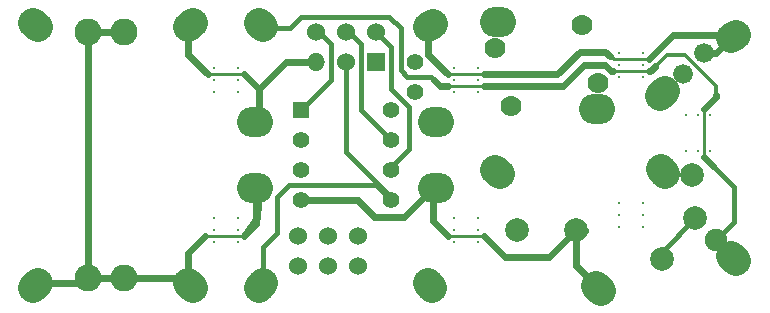
<source format=gbl>
G04 #@! TF.FileFunction,Copper,L2,Bot,Signal*
%FSLAX46Y46*%
G04 Gerber Fmt 4.6, Leading zero omitted, Abs format (unit mm)*
G04 Created by KiCad (PCBNEW (2015-08-15 BZR 6092)-product) date 11/30/2015 7:36:40 PM*
%MOMM*%
G01*
G04 APERTURE LIST*
%ADD10C,0.100000*%
%ADD11C,1.998980*%
%ADD12C,1.524000*%
%ADD13R,1.524000X1.524000*%
%ADD14O,1.524000X1.524000*%
%ADD15C,2.286000*%
%ADD16R,1.397000X1.397000*%
%ADD17C,1.397000*%
%ADD18C,2.000000*%
%ADD19C,1.900000*%
%ADD20C,1.676400*%
%ADD21C,2.540000*%
%ADD22O,3.048000X2.540000*%
%ADD23C,0.330200*%
%ADD24C,1.778000*%
%ADD25C,0.609600*%
%ADD26C,0.250000*%
%ADD27C,0.406400*%
%ADD28C,0.304800*%
G04 APERTURE END LIST*
D10*
D11*
X169959097Y-98654771D03*
X167352903Y-105815229D03*
D12*
X143129000Y-86614000D03*
D13*
X143129000Y-89154000D03*
D12*
X140589000Y-86614000D03*
X140589000Y-89154000D03*
X138049000Y-86614000D03*
D14*
X138049000Y-89154000D03*
D15*
X118745000Y-86614000D03*
X118745000Y-107442000D03*
X121793000Y-86614000D03*
X121793000Y-107442000D03*
D16*
X136779000Y-93218000D03*
D17*
X136779000Y-95758000D03*
X136779000Y-98298000D03*
X136779000Y-100838000D03*
X144399000Y-100838000D03*
X144399000Y-98298000D03*
X144399000Y-95758000D03*
X144399000Y-93218000D03*
X146431000Y-89154000D03*
X146431000Y-91694000D03*
D18*
X170180000Y-102362000D03*
D19*
X171976051Y-104158051D03*
D20*
X169154974Y-90179026D03*
X170951026Y-88382974D03*
D21*
X127649131Y-85837869D02*
X127289921Y-86197079D01*
D22*
X132918200Y-94234000D03*
D21*
X114158869Y-85837869D02*
X114518079Y-86197079D01*
D22*
X148259800Y-99822000D03*
D21*
X173685743Y-86801486D02*
X173269613Y-87092862D01*
X167244869Y-91962131D02*
X167604079Y-91602921D01*
X133244810Y-108251065D02*
X133571346Y-107861915D01*
X147933190Y-108251065D02*
X147606654Y-107861915D01*
D22*
X148259800Y-94234000D03*
D21*
X148002065Y-85873810D02*
X147612915Y-86200346D01*
X133244810Y-85804935D02*
X133571346Y-86194085D01*
D22*
X132918200Y-99822000D03*
D21*
X114158869Y-108218131D02*
X114518079Y-107858921D01*
X127649131Y-108218131D02*
X127289921Y-107858921D01*
X153274869Y-98283869D02*
X153634079Y-98643079D01*
X162193131Y-108472131D02*
X161833921Y-108112921D01*
D12*
X136525000Y-106426000D03*
X139065000Y-106426000D03*
X141605000Y-106426000D03*
X141605000Y-103886000D03*
X139065000Y-103886000D03*
X136525000Y-103886000D03*
D22*
X161848800Y-93091000D03*
X153492200Y-85725000D03*
D21*
X173623131Y-105932131D02*
X173263921Y-105572921D01*
X167319486Y-98221257D02*
X167610862Y-98637387D01*
D23*
X129413000Y-91694000D03*
X129413000Y-89662000D03*
X129413000Y-90678000D03*
X131445000Y-91694000D03*
X131445000Y-89662000D03*
X131445000Y-90678000D03*
X129413000Y-104394000D03*
X129413000Y-102362000D03*
X129413000Y-103378000D03*
X131445000Y-104394000D03*
X131445000Y-102362000D03*
X131445000Y-103378000D03*
X149733000Y-104394000D03*
X149733000Y-102362000D03*
X149733000Y-103378000D03*
X151765000Y-104394000D03*
X151765000Y-102362000D03*
X151765000Y-103378000D03*
X163703000Y-103124000D03*
X163703000Y-101092000D03*
X163703000Y-102108000D03*
X165735000Y-90424000D03*
X165735000Y-88392000D03*
X165735000Y-89408000D03*
X163703000Y-90424000D03*
X163703000Y-88392000D03*
X163703000Y-89408000D03*
X165735000Y-103124000D03*
X165735000Y-101092000D03*
X165735000Y-102108000D03*
X149733000Y-91694000D03*
X149733000Y-89662000D03*
X149733000Y-90678000D03*
X151765000Y-91694000D03*
X151765000Y-89662000D03*
X151765000Y-90678000D03*
X171450000Y-96647000D03*
X169418000Y-96647000D03*
X170434000Y-96647000D03*
X171450000Y-93599000D03*
X169418000Y-93599000D03*
X170434000Y-93599000D03*
D24*
X154584223Y-92847552D03*
X153269422Y-87940649D03*
X161944578Y-90875351D03*
X160629777Y-85968448D03*
D18*
X160107000Y-103378000D03*
X155107000Y-103378000D03*
D25*
X133223000Y-99822000D02*
X133096000Y-102362000D01*
X133096000Y-102362000D02*
X131953000Y-103886000D01*
X131953000Y-103886000D02*
X132969000Y-102870000D01*
X132969000Y-102870000D02*
X132969000Y-100076000D01*
X132969000Y-100076000D02*
X133223000Y-99822000D01*
X132969000Y-102870000D02*
X132969000Y-100076000D01*
D26*
X131953000Y-103886000D02*
X128651000Y-103886000D01*
D25*
X127254000Y-107823000D02*
X127254000Y-105283000D01*
X127254000Y-105283000D02*
X128651000Y-103886000D01*
X132969000Y-100076000D02*
X133223000Y-99822000D01*
X118745000Y-86614000D02*
X121793000Y-86614000D01*
X118745000Y-107442000D02*
X118745000Y-86360000D01*
X121793000Y-107442000D02*
X126873000Y-107442000D01*
X126873000Y-107442000D02*
X127254000Y-107823000D01*
X118745000Y-107442000D02*
X121793000Y-107442000D01*
X114554000Y-107823000D02*
X118364000Y-107823000D01*
X118364000Y-107823000D02*
X118745000Y-107442000D01*
X138049000Y-89154000D02*
X135509000Y-89154000D01*
X135509000Y-89154000D02*
X133223000Y-91440000D01*
X133223000Y-91440000D02*
X133223000Y-94234000D01*
X160107000Y-103378000D02*
X160107000Y-103592000D01*
X154051000Y-105664000D02*
X157821000Y-105664000D01*
X147955000Y-99822000D02*
X147955000Y-102616000D01*
D26*
X149225000Y-103886000D02*
X152273000Y-103886000D01*
D25*
X154051000Y-105664000D02*
X152273000Y-103886000D01*
X149225000Y-103886000D02*
X147955000Y-102616000D01*
X157821000Y-105664000D02*
X160107000Y-103378000D01*
X160107000Y-103378000D02*
X160107000Y-106386000D01*
X160107000Y-106386000D02*
X161925000Y-108204000D01*
D27*
X147955000Y-99822000D02*
X147955000Y-98933000D01*
D25*
X160869000Y-103378000D02*
X160869000Y-103418000D01*
X136779000Y-100838000D02*
X141605000Y-100838000D01*
X145542000Y-102235000D02*
X147955000Y-99822000D01*
X143002000Y-102235000D02*
X145542000Y-102235000D01*
X141605000Y-100838000D02*
X143002000Y-102235000D01*
D27*
X147955000Y-99822000D02*
X147955000Y-99949000D01*
D26*
X128905000Y-90170000D02*
X131953000Y-90170000D01*
D25*
X133223000Y-91440000D02*
X131953000Y-90170000D01*
X127254000Y-86233000D02*
X127254000Y-88519000D01*
X127254000Y-88519000D02*
X128905000Y-90170000D01*
X133223000Y-91440000D02*
X133223000Y-94234000D01*
D26*
X163068000Y-88646000D02*
X163322000Y-88900000D01*
X162941000Y-88646000D02*
X163068000Y-88646000D01*
D25*
X170951026Y-88382974D02*
X171967026Y-88382974D01*
X171967026Y-88382974D02*
X173228000Y-87122000D01*
X166243000Y-88900000D02*
X168275000Y-86868000D01*
X152273000Y-90170000D02*
X158496000Y-90170000D01*
X162560000Y-88265000D02*
X162941000Y-88646000D01*
X160401000Y-88265000D02*
X162560000Y-88265000D01*
X158496000Y-90170000D02*
X160401000Y-88265000D01*
D26*
X152273000Y-90170000D02*
X149225000Y-90170000D01*
D25*
X147574000Y-86233000D02*
X147574000Y-88519000D01*
X147574000Y-88519000D02*
X149225000Y-90170000D01*
D26*
X166243000Y-88900000D02*
X163322000Y-88900000D01*
D25*
X168275000Y-86868000D02*
X172974000Y-86868000D01*
X172974000Y-86868000D02*
X173228000Y-87122000D01*
D27*
X167352903Y-105815229D02*
X167352903Y-105189097D01*
X167352903Y-105189097D02*
X170180000Y-102362000D01*
X171640500Y-97853500D02*
X173482000Y-99695000D01*
X173482000Y-102652102D02*
X171976051Y-104158051D01*
X173482000Y-99695000D02*
X173482000Y-102652102D01*
D25*
X171704000Y-97917000D02*
X171640500Y-97853500D01*
X171640500Y-97853500D02*
X170942000Y-97155000D01*
X171958000Y-92075000D02*
X171958000Y-91948000D01*
X171958000Y-92075000D02*
X170942000Y-93091000D01*
D26*
X170942000Y-97155000D02*
X170942000Y-93091000D01*
D28*
X166751975Y-89535975D02*
X166751975Y-89534025D01*
X171958000Y-91186000D02*
X171958000Y-91948000D01*
X171958000Y-91948000D02*
X171958000Y-92202000D01*
X169291000Y-88519000D02*
X171958000Y-91186000D01*
X167767000Y-88519000D02*
X169291000Y-88519000D01*
X166751975Y-89534025D02*
X167767000Y-88519000D01*
D25*
X166243000Y-89916000D02*
X166371950Y-89916000D01*
X166371950Y-89916000D02*
X166751975Y-89535975D01*
X166751975Y-89535975D02*
X166815475Y-89472475D01*
D26*
X163068000Y-89916000D02*
X166243000Y-89916000D01*
X166243000Y-89916000D02*
X166370000Y-89789000D01*
D25*
X159004000Y-91186000D02*
X160782000Y-89408000D01*
X160782000Y-89408000D02*
X162560000Y-89408000D01*
X162560000Y-89408000D02*
X163068000Y-89916000D01*
X163068000Y-89916000D02*
X163195000Y-89916000D01*
D26*
X152273000Y-91186000D02*
X149225000Y-91186000D01*
D25*
X152273000Y-91186000D02*
X159004000Y-91186000D01*
D28*
X171976051Y-104158051D02*
X171976051Y-104285051D01*
X171976051Y-104285051D02*
X173228000Y-105537000D01*
D27*
X148082000Y-90678000D02*
X147828000Y-90424000D01*
X133604000Y-86233000D02*
X135890000Y-86233000D01*
X136779000Y-85344000D02*
X143891000Y-85344000D01*
X135890000Y-86233000D02*
X136779000Y-85344000D01*
D25*
X148590000Y-91186000D02*
X148082000Y-90678000D01*
X149225000Y-91186000D02*
X148590000Y-91186000D01*
D27*
X144272000Y-85344000D02*
X143891000Y-85344000D01*
X145288000Y-86233000D02*
X144272000Y-85344000D01*
X145288000Y-89789000D02*
X145288000Y-86233000D01*
X145796000Y-90424000D02*
X145288000Y-89789000D01*
X147828000Y-90424000D02*
X145796000Y-90424000D01*
X138049000Y-86614000D02*
X138303000Y-86614000D01*
X138303000Y-86614000D02*
X139319000Y-87630000D01*
X139319000Y-87630000D02*
X139319000Y-90678000D01*
X139319000Y-90678000D02*
X136779000Y-93218000D01*
X140589000Y-89154000D02*
X140589000Y-96774000D01*
X140589000Y-96774000D02*
X144399000Y-100584000D01*
X144399000Y-100584000D02*
X144399000Y-100838000D01*
X133604000Y-107823000D02*
X133604000Y-104775000D01*
X143129000Y-99568000D02*
X144399000Y-100838000D01*
X135763000Y-99568000D02*
X143129000Y-99568000D01*
X134747000Y-100584000D02*
X135763000Y-99568000D01*
X134747000Y-103632000D02*
X134747000Y-100584000D01*
X133604000Y-104775000D02*
X134747000Y-103632000D01*
X133604000Y-107823000D02*
X134239000Y-107823000D01*
X144399000Y-98298000D02*
X144399000Y-98044000D01*
X144399000Y-98044000D02*
X145923000Y-96520000D01*
X144399000Y-87884000D02*
X143129000Y-86614000D01*
X144399000Y-91440000D02*
X144399000Y-87884000D01*
X145923000Y-92964000D02*
X144399000Y-91440000D01*
X145923000Y-96520000D02*
X145923000Y-92964000D01*
X140589000Y-86614000D02*
X140843000Y-86614000D01*
X140843000Y-86614000D02*
X141859000Y-87630000D01*
X141859000Y-87630000D02*
X141859000Y-93218000D01*
X141859000Y-93218000D02*
X144399000Y-95758000D01*
X147955000Y-94234000D02*
X147955000Y-94361000D01*
M02*

</source>
